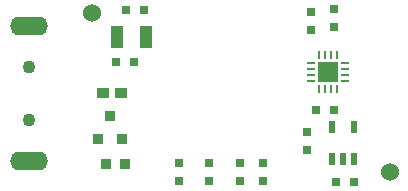
<source format=gbr>
%TF.GenerationSoftware,Altium Limited,Altium Designer,20.2.5 (213)*%
G04 Layer_Color=255*
%FSLAX26Y26*%
%MOIN*%
%TF.SameCoordinates,0FE6C2C3-B7F4-45EC-A48D-0F423D7CACB9*%
%TF.FilePolarity,Positive*%
%TF.FileFunction,Pads,Bot*%
%TF.Part,Single*%
G01*
G75*
%TA.AperFunction,SMDPad,CuDef*%
%ADD11R,0.031500X0.031500*%
%ADD18R,0.031500X0.031500*%
%TA.AperFunction,ViaPad*%
%ADD24C,0.060000*%
%TA.AperFunction,ComponentPad*%
%ADD25C,0.043307*%
%ADD26O,0.125984X0.062992*%
%TA.AperFunction,SMDPad,CuDef*%
%ADD29R,0.009811X0.029716*%
%ADD30R,0.029716X0.009811*%
%ADD31R,0.070866X0.070866*%
%ADD32R,0.019685X0.039590*%
%ADD33R,0.043000X0.075000*%
%TA.AperFunction,ConnectorPad*%
%ADD34R,0.034000X0.038000*%
%TA.AperFunction,SMDPad,CuDef*%
%ADD35R,0.039370X0.038189*%
%TA.AperFunction,ConnectorPad*%
%ADD36R,0.032000X0.035000*%
D11*
X2311966Y1630000D02*
D03*
Y1570000D02*
D03*
X2235194Y1630000D02*
D03*
Y1570000D02*
D03*
X2132830Y1630000D02*
D03*
Y1570000D02*
D03*
X2030468Y1630000D02*
D03*
Y1570000D02*
D03*
X2471000Y2073000D02*
D03*
Y2133000D02*
D03*
X2547000Y2082000D02*
D03*
Y2142000D02*
D03*
X2459000Y1731000D02*
D03*
Y1671000D02*
D03*
D18*
X2553000Y1566000D02*
D03*
X2613000D02*
D03*
X2488456Y1804292D02*
D03*
X2548456D02*
D03*
X1820000Y1966000D02*
D03*
X1880000D02*
D03*
X1916000Y2139000D02*
D03*
X1856000D02*
D03*
D24*
X2733000Y1600000D02*
D03*
X1741000Y2127000D02*
D03*
D25*
X1530000Y1948582D02*
D03*
Y1771418D02*
D03*
D26*
Y2084410D02*
D03*
Y1635590D02*
D03*
D29*
X2556724Y1875276D02*
D03*
X2537038D02*
D03*
X2517354D02*
D03*
X2497668D02*
D03*
Y1987668D02*
D03*
X2517354D02*
D03*
X2537038D02*
D03*
X2556724D02*
D03*
D30*
X2471000Y1901944D02*
D03*
Y1921630D02*
D03*
Y1941314D02*
D03*
Y1961000D02*
D03*
X2583392D02*
D03*
Y1941314D02*
D03*
Y1921630D02*
D03*
Y1901944D02*
D03*
D31*
X2527196Y1931472D02*
D03*
D32*
X2615000Y1747520D02*
D03*
X2540198D02*
D03*
Y1641000D02*
D03*
X2577600D02*
D03*
X2615000D02*
D03*
D33*
X1921000Y2048000D02*
D03*
X1825000D02*
D03*
D34*
X1788500Y1625000D02*
D03*
X1851500D02*
D03*
D35*
X1779064Y1863000D02*
D03*
X1836938D02*
D03*
D36*
X1800000Y1784206D02*
D03*
X1759646Y1709796D02*
D03*
X1840354D02*
D03*
%TF.MD5,55750bab3b1c81813c5d2b1140995c60*%
M02*

</source>
